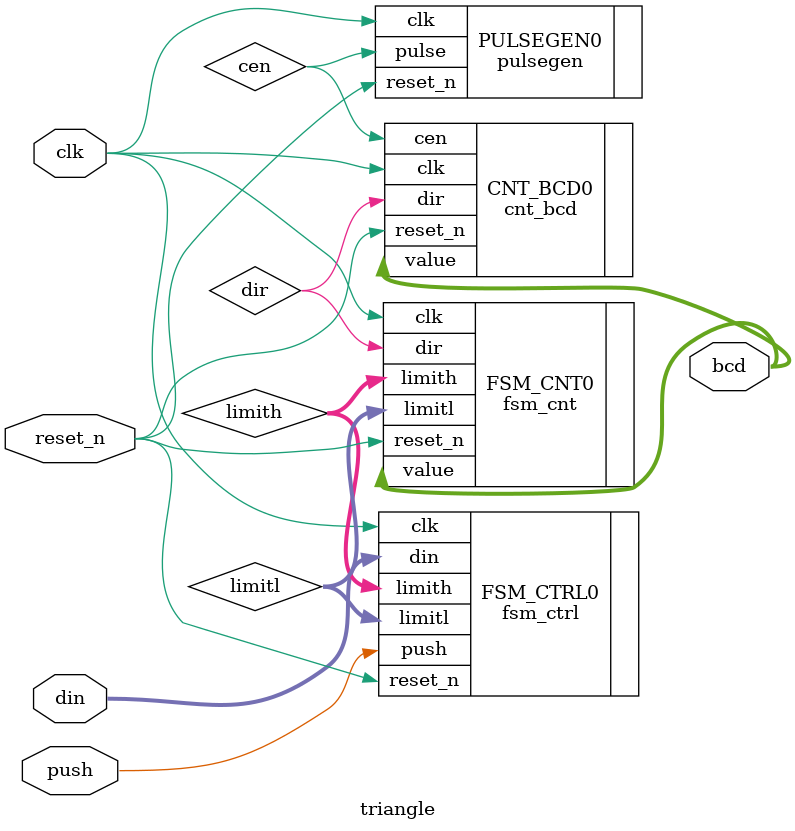
<source format=v>
module triangle(
	input clk,
	input reset_n,
	input push,
	input [3:0] din,
	output [3:0] bcd
);

	wire [3:0] limitl, limith;
	wire dir;
	wire cen;

	fsm_ctrl FSM_CTRL0(
		.clk		(clk),
		.reset_n	(reset_n),
		.push		(push),
		.din		(din),
		.limith		(limith),
		.limitl		(limitl)
	);

	fsm_cnt FSM_CNT0(
		.clk		(clk),
		.reset_n	(reset_n),
		.limith		(limith),
		.limitl		(limitl),
		.value		(bcd),	
		.dir		(dir)
	);

	pulsegen PULSEGEN0(
		.clk		(clk),
		.reset_n	(reset_n),
		.pulse		(cen)
	);

	cnt_bcd	CNT_BCD0(
		.clk		(clk),
		.reset_n	(reset_n),
		.cen		(cen),
		.dir		(dir),
		.value		(bcd)
	);

endmodule

</source>
